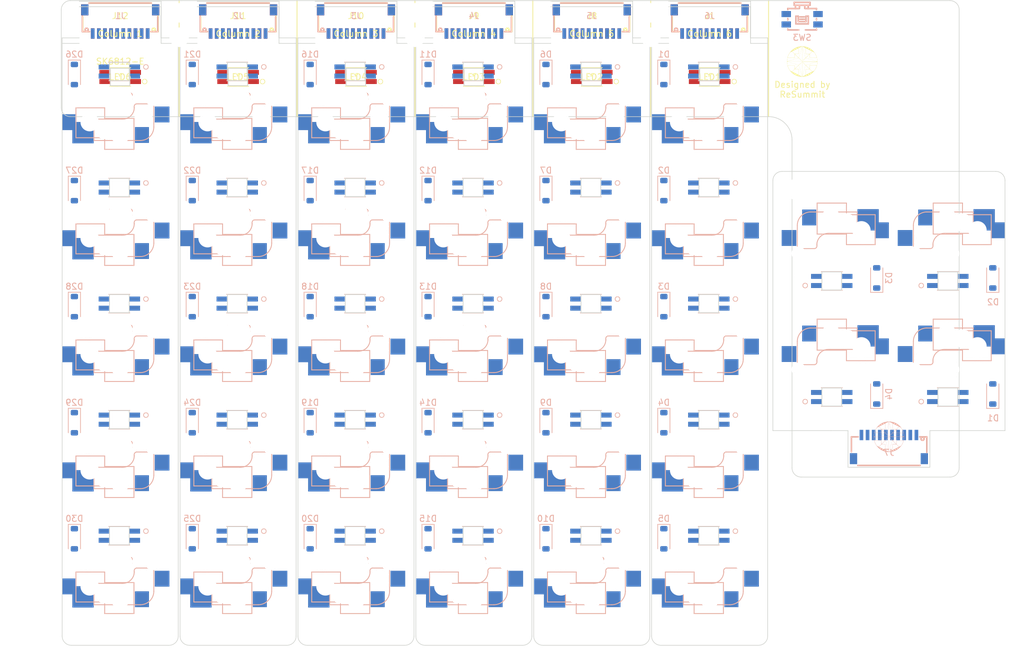
<source format=kicad_pcb>
(kicad_pcb (version 20221018) (generator pcbnew)
  (layers (0 "F.Cu" signal) (31 "B.Cu" signal) (34 "B.Paste" user) (35 "F.Paste" user) (36 "B.SilkS" user "B.Silkscreen") (37 "F.SilkS" user "F.Silkscreen") (38 "B.Mask" user) (39 "F.Mask" user) (44 "Edge.Cuts" user))
  (net 0 "")
  (net 1 "GND")
  (net 2 "/Row1")
  (net 3 "/Row2")
  (net 4 "/Row3")
  (net 5 "/Row4")
  (net 6 "/V+")
  (net 7 "/RGB_In1")
  (net 8 "/Col_In1")
  (net 9 "/Col_In2")
  (net 10 "/Col_In3")
  (net 11 "/Col_In4")
  (net 12 "/Col_In5")
  (net 13 "/Col_In6")
  (net 14 "RESET")
  (net 15 "/RGB_In2")
  (net 16 "/RGB_In3")
  (net 17 "/RGB_In4")
  (net 18 "/RGB_In5")
  (net 19 "/RGB_In6")
  (net 20 "/Row5")
  (net 21 "/RGB_In7")
  (net 22 "/RGB_Out1")
  (net 23 "/RGB_Out2")
  (net 24 "/RGB_Out3")
  (net 25 "/RGB_Out4")
  (net 26 "/RGB_Out5")
  (net 27 "/RGB_Out6")
  (footprint "Seismos-libs:Hole_M3_3.2mm" (layer "F.Cu") (at 142.65 122.6)
    (fp_text reference "REF**")
    (fp_text value "Hole_M3_3.2mm")
  )
  (footprint "Seismos-libs:Hole_M3_3.2mm" (layer "F.Cu") (at 33.15 122.6)
    (fp_text reference "REF**9")
    (fp_text value "Hole_M3_3.2mm")
  )
  (footprint "" (layer "F.Cu") (at 87.9 22)
    (fp_text reference "")
    (fp_text value "")
  )
  (footprint "Seismos-libs:CONN-SMD_10P-P1.00_SM10B-SRSS-TB-LF-SN" (layer "F.Cu") (at 97.55 21.5 180)
    (fp_text reference "J9")
    (fp_text value "SM10B-SRSS-TB_(LF)(SN)" hide)
  )
  (footprint "Seismos-libs:Hole_M3_3.2mm" (layer "F.Cu") (at 87.9 26)
    (fp_text reference "2")
    (fp_text value "Hole_M3_3.2mm")
  )
  (footprint "Seismos-libs:Hole_M3_3.2mm" (layer "F.Cu") (at 49.3 26)
    (fp_text reference "")
    (fp_text value "Hole_M3_3.2mm")
  )
  (footprint "Seismos-libs:CONN-SMD_10P-P1.00_SM10B-SRSS-TB-LF-SN" (layer "F.Cu") (at 39.65 21.5 180)
    (fp_text reference "J12")
    (fp_text value "SM10B-SRSS-TB_(LF)(SN)" hide)
  )
  (footprint "Seismos-libs:CONN-SMD_10P-P1.00_SM10B-SRSS-TB-LF-SN" (layer "F.Cu") (at 78.25 21.5 180)
    (fp_text reference "J10")
    (fp_text value "SM10B-SRSS-TB_(LF)(SN)" hide)
  )
  (footprint "Seismos-libs:Hole_M3_3.2mm" (layer "F.Cu") (at 126.5 26)
    (fp_text reference "4")
    (fp_text value "Hole_M3_3.2mm")
  )
  (footprint "Seismos-libs:CONN-SMD_10P-P1.00_SM10B-SRSS-TB-LF-SN" (layer "F.Cu") (at 58.95 21.5 180)
    (fp_text reference "J11")
    (fp_text value "SM10B-SRSS-TB_(LF)(SN)" hide)
  )
  (footprint "Seismos-libs:CONN-SMD_10P-P1.00_SM10B-SRSS-TB-LF-SN" (layer "F.Cu") (at 116.85 21.5 180)
    (fp_text reference "J8")
    (fp_text value "SM10B-SRSS-TB_(LF)(SN)" hide)
  )
  (footprint "Seismos-libs:CONN-SMD_10P-P1.00_SM10B-SRSS-TB-LF-SN" (layer "F.Cu") (at 136.15 21.5 180)
    (fp_text reference "J1")
    (fp_text value "SM10B-SRSS-TB_(LF)(SN)" hide)
  )
  (footprint "" (layer "F.Cu") (at 49.3 22)
    (fp_text reference "")
    (fp_text value "")
  )
  (footprint "Seismos-libs:Hole_M3_3.2mm" (layer "F.Cu") (at 181.5 50.9 180)
    (fp_text reference "REF**")
    (fp_text value "Hole_M3_3.2mm")
  )
  (footprint "Seismos-libs:ReSummit_Logo" (layer "F.Cu") (at 151.3 29.975)
    (fp_text reference "G***" hide)
    (fp_text value "LOGO" hide)
  )
  (footprint "Seismos-libs:Hole_M3_3.2mm" (layer "F.Cu") (at 149.5 50.9 180)
    (fp_text reference "REF**")
    (fp_text value "Hole_M3_3.2mm")
  )
  (footprint "Seismos-libs:Hole_M3_3.2mm" (layer "F.Cu") (at 126.5 22)
    (fp_text reference "4")
    (fp_text value "Hole_M3_3.2mm")
  )
  (footprint "Diode_SMD:D_SOD-123" (layer "B.Cu") (at 70.75 108.1 -90)
    (fp_text reference "D20")
    (fp_text value "1N4148W")
  )
  (footprint "Seismos-libs:Switch_SK6812-E_Diode" (layer "B.Cu") (at 39.65 36.1 180)
    (fp_text reference "SW26")
    (fp_text value "Switch_SK6812-E_Diode")
    (fp_rect (start 1.762 5.9914) (end -1.478 3.0046) (stroke (width 0.12)) (fill none) (layer "Edge.Cuts"))
  )
  (footprint "Diode_SMD:D_SOD-123" (layer "B.Cu") (at 51.45 32.1 -90)
    (fp_text reference "D21")
    (fp_text value "1N4148W" hide)
  )
  (footprint "Diode_SMD:D_SOD-123" (layer "B.Cu") (at 51.45 89.1 -90)
    (fp_text reference "D24")
    (fp_text value "1N4148W" hide)
  )
  (footprint "Diode_SMD:D_SOD-123" (layer "B.Cu") (at 128.65 89.1 -90)
    (fp_text reference "D4")
    (fp_text value "1N4148W" hide)
  )
  (footprint "Seismos-libs:SK6812-E" (layer "B.Cu") (at 39.65 32.5)
    (fp_text reference "LED6")
    (fp_text value "SK6812-E")
    (fp_rect (start -1.6256 1.4224) (end 1.5748 -1.4224) (stroke (width 0.12)) (fill none) (layer "Edge.Cuts"))
  )
  (footprint "Diode_SMD:D_SOD-123" (layer "B.Cu") (at 70.75 32.1 -90)
    (fp_text reference "D16")
    (fp_text value "1N4148W" hide)
  )
  (footprint "Diode_SMD:D_SOD-123" (layer "B.Cu") (at 182.5 84.4 90)
    (fp_text reference "D1")
    (fp_text value "1N4148W" hide)
  )
  (footprint "Diode_SMD:D_SOD-123" (layer "B.Cu") (at 90.05 51.1 -90)
    (fp_text reference "D12")
    (fp_text value "1N4148W" hide)
  )
  (footprint "Seismos-libs:Switch_SK6812-E_Diode" (layer "B.Cu") (at 136.15 55.1 180)
    (fp_text reference "SW2")
    (fp_text value "Switch_SK6812-E_Diode")
    (fp_rect (start 1.762 5.9914) (end -1.478 3.0046) (stroke (width 0.12)) (fill none) (layer "Edge.Cuts"))
  )
  (footprint "Seismos-libs:SK6812-E" (layer "B.Cu") (at 136.15 32.5)
    (fp_text reference "LED1")
    (fp_text value "SK6812-E")
    (fp_rect (start -1.6256 1.4224) (end 1.5748 -1.4224) (stroke (width 0.12)) (fill none) (layer "Edge.Cuts"))
  )
  (footprint "Seismos-libs:Switch_SK6812-E_Diode" (layer "B.Cu") (at 39.65 112.1 180)
    (fp_text reference "SW30")
    (fp_text value "Switch_SK6812-E_Diode")
    (fp_rect (start 1.762 5.9914) (end -1.478 3.0046) (stroke (width 0.12)) (fill none) (layer "Edge.Cuts"))
  )
  (footprint "Seismos-libs:CONN-SMD_10P-P1.00_SM10B-SRSS-TB-LF-SN" (layer "B.Cu") (at 39.65 21.5)
    (fp_text reference "J1")
    (fp_text value "SM09B-SRSS-TB(LF)(SN)")
  )
  (footprint "Seismos-libs:Switch_SK6812-E_Diode" (layer "B.Cu") (at 78.25 74.1 180)
    (fp_text reference "SW18")
    (fp_text value "Switch_SK6812-E_Diode")
    (fp_rect (start 1.762 5.9914) (end -1.478 3.0046) (stroke (width 0.12)) (fill none) (layer "Edge.Cuts"))
  )
  (footprint "Seismos-libs:Switch_SK6812-E_Diode" (layer "B.Cu") (at 116.85 74.1 180)
    (fp_text reference "SW8")
    (fp_text value "Switch_SK6812-E_Diode")
    (fp_rect (start 1.762 5.9914) (end -1.478 3.0046) (stroke (width 0.12)) (fill none) (layer "Edge.Cuts"))
  )
  (footprint "Seismos-libs:SK6812-E" (layer "B.Cu") (at 97.55 32.5)
    (fp_text reference "LED3")
    (fp_text value "SK6812-E")
    (fp_rect (start -1.6256 1.4224) (end 1.5748 -1.4224) (stroke (width 0.12)) (fill none) (layer "Edge.Cuts"))
  )
  (footprint "Diode_SMD:D_SOD-123" (layer "B.Cu") (at 128.65 108.1 -90)
    (fp_text reference "D5")
    (fp_text value "1N4148W")
  )
  (footprint "Seismos-libs:Switch_SK6812-E_Diode" (layer "B.Cu") (at 58.95 55.1 180)
    (fp_text reference "SW22")
    (fp_text value "Switch_SK6812-E_Diode")
    (fp_rect (start 1.762 5.9914) (end -1.478 3.0046) (stroke (width 0.12)) (fill none) (layer "Edge.Cuts"))
  )
  (footprint "Diode_SMD:D_SOD-123" (layer "B.Cu") (at 32.15 70.1 -90)
    (fp_text reference "D28")
    (fp_text value "1N4148W" hide)
  )
  (footprint "Seismos-libs:SK6812-E" (layer "B.Cu") (at 78.25 32.5)
    (fp_text reference "LED4")
    (fp_text value "SK6812-E")
    (fp_rect (start -1.6256 1.4224) (end 1.5748 -1.4224) (stroke (width 0.12)) (fill none) (layer "Edge.Cuts"))
  )
  (footprint "Diode_SMD:D_SOD-123" (layer "B.Cu") (at 51.45 51.1 -90)
    (fp_text reference "D22")
    (fp_text value "1N4148W" hide)
  )
  (footprint "Diode_SMD:D_SOD-123" (layer "B.Cu") (at 109.35 108.1 -90)
    (fp_text reference "D10")
    (fp_text value "1N4148W")
  )
  (footprint "Seismos-libs:CONN-SMD_10P-P1.00_SM10B-SRSS-TB-LF-SN" (layer "B.Cu") (at 136.15 21.5)
    (fp_text reference "J6")
    (fp_text value "SM09B-SRSS-TB(LF)(SN)")
  )
  (footprint "Seismos-libs:CONN-SMD_10P-P1.00_SM10B-SRSS-TB-LF-SN" (layer "B.Cu") (at 165.5 95 180)
    (fp_text reference "J7")
    (fp_text value "SM09B-SRSS-TB(LF)(SN)")
  )
  (footprint "Diode_SMD:D_SOD-123" (layer "B.Cu") (at 109.35 70.1 -90)
    (fp_text reference "D8")
    (fp_text value "1N4148W" hide)
  )
  (footprint "Diode_SMD:D_SOD-123" (layer "B.Cu") (at 32.15 51.1 -90)
    (fp_text reference "D27")
    (fp_text value "1N4148W" hide)
  )
  (footprint "Seismos-libs:Switch_SK6812-E_Diode" (layer "B.Cu") (at 97.55 55.1 180)
    (fp_text reference "SW12")
    (fp_text value "Switch_SK6812-E_Diode")
    (fp_rect (start 1.762 5.9914) (end -1.478 3.0046) (stroke (width 0.12)) (fill none) (layer "Edge.Cuts"))
  )
  (footprint "Seismos-libs:Switch_SK6812-E_Diode" (layer "B.Cu") (at 97.55 112.1 180)
    (fp_text reference "SW15")
    (fp_text value "Switch_SK6812-E_Diode")
    (fp_rect (start 1.762 5.9914) (end -1.478 3.0046) (stroke (width 0.12)) (fill none) (layer "Edge.Cuts"))
  )
  (footprint "Diode_SMD:D_SOD-123" (layer "B.Cu") (at 90.05 108.1 -90)
    (fp_text reference "D15")
    (fp_text value "1N4148W")
  )
  (footprint "Seismos-libs:Switch_SK6812-E_Diode" (layer "B.Cu") (at 78.25 36.1 180)
    (fp_text reference "SW16")
    (fp_text value "Switch_SK6812-E_Diode")
    (fp_rect (start 1.762 5.9914) (end -1.478 3.0046) (stroke (width 0.12)) (fill none) (layer "Edge.Cuts"))
  )
  (footprint "Diode_SMD:D_SOD-123" (layer "B.Cu") (at 128.65 32.1 -90)
    (fp_text reference "D1")
    (fp_text value "1N4148W" hide)
  )
  (footprint "Seismos-libs:Switch_SK6812-E_Diode" (layer "B.Cu") (at 58.95 36.1 180)
    (fp_text reference "SW21")
    (fp_text value "Switch_SK6812-E_Diode")
    (fp_rect (start 1.762 5.9914) (end -1.478 3.0046) (stroke (width 0.12)) (fill none) (layer "Edge.Cuts"))
  )
  (footprint "Seismos-libs:Switch_SK6812-E_Diode" (layer "B.Cu") (at 97.55 36.1 180)
    (fp_text reference "SW11")
    (fp_text value "Switch_SK6812-E_Diode")
    (fp_rect (start 1.762 5.9914) (end -1.478 3.0046) (stroke (width 0.12)) (fill none) (layer "Edge.Cuts"))
  )
  (footprint "Seismos-libs:Switch_SK6812-E_Diode" (layer "B.Cu") (at 116.85 112.1 180)
    (fp_text reference "SW10")
    (fp_text value "Switch_SK6812-E_Diode")
    (fp_rect (start 1.762 5.9914) (end -1.478 3.0046) (stroke (width 0.12)) (fill none) (layer "Edge.Cuts"))
  )
  (footprint "Seismos-libs:Switch_SK6812-E_Diode" (layer "B.Cu") (at 156 61.4)
    (fp_text reference "SW3")
    (fp_text value "Switch_SK6812-E_Diode")
    (fp_rect (start 1.762 5.9914) (end -1.478 3.0046) (stroke (width 0.12)) (fill none) (layer "Edge.Cuts"))
  )
  (footprint "Seismos-libs:Switch_SK6812-E_Diode" (layer "B.Cu") (at 78.25 93.1 180)
    (fp_text reference "SW19")
    (fp_text value "Switch_SK6812-E_Diode")
    (fp_rect (start 1.762 5.9914) (end -1.478 3.0046) (stroke (width 0.12)) (fill none) (layer "Edge.Cuts"))
  )
  (footprint "Diode_SMD:D_SOD-123" (layer "B.Cu") (at 70.75 89.1 -90)
    (fp_text reference "D19")
    (fp_text value "1N4148W" hide)
  )
  (footprint "Seismos-libs:Switch_SK6812-E_Diode" (layer "B.Cu") (at 116.85 36.1 180)
    (fp_text reference "SW6")
    (fp_text value "Switch_SK6812-E_Diode")
    (fp_rect (start 1.762 5.9914) (end -1.478 3.0046) (stroke (width 0.12)) (fill none) (layer "Edge.Cuts"))
  )
  (footprint "Seismos-libs:ReSummit_Logo" (layer "B.Cu") (at 165.5 91.4)
    (fp_text reference "G***" hide)
    (fp_text value "LOGO" hide)
  )
  (footprint "Diode_SMD:D_SOD-123" (layer "B.Cu") (at 70.75 51.1 -90)
    (fp_text reference "D17")
    (fp_text value "1N4148W" hide)
  )
  (footprint "Seismos-libs:Switch_SK6812-E_Diode" (layer "B.Cu") (at 116.85 55.1 180)
    (fp_text reference "SW7")
    (fp_text value "Switch_SK6812-E_Diode")
    (fp_rect (start 1.762 5.9914) (end -1.478 3.0046) (stroke (width 0.12)) (fill none) (layer "Edge.Cuts"))
  )
  (footprint "Seismos-libs:CONN-SMD_10P-P1.00_SM10B-SRSS-TB-LF-SN" (layer "B.Cu") (at 58.95 21.5)
    (fp_text reference "J2")
    (fp_text value "SM09B-SRSS-TB(LF)(SN)")
  )
  (footprint "Diode_SMD:D_SOD-123" (layer "B.Cu") (at 32.15 89.1 -90)
    (fp_text reference "D29")
    (fp_text value "1N4148W" hide)
  )
  (footprint "Seismos-libs:Switch_SK6812-E_Diode" (layer "B.Cu") (at 116.85 93.1 180)
    (fp_text reference "SW9")
    (fp_text value "Switch_SK6812-E_Diode")
    (fp_rect (start 1.762 5.9914) (end -1.478 3.0046) (stroke (width 0.12)) (fill none) (layer "Edge.Cuts"))
  )
  (footprint "Seismos-libs:Switch_SK6812-E_Diode" (layer "B.Cu") (at 58.95 93.1 180)
    (fp_text reference "SW24")
    (fp_text value "Switch_SK6812-E_Diode")
    (fp_rect (start 1.762 5.9914) (end -1.478 3.0046) (stroke (width 0.12)) (fill none) (layer "Edge.Cuts"))
  )
  (footprint "Diode_SMD:D_SOD-123" (layer "B.Cu") (at 90.05 32.1 -90)
    (fp_text reference "D11")
    (fp_text value "1N4148W" hide)
  )
  (footprint "Seismos-libs:SW-SMD_EVQPUD02K" (layer "B.Cu") (at 151.2875 23.0495 90)
    (fp_text reference "SW3")
    (fp_text value "EVQPUC02K")
  )
  (footprint "Diode_SMD:D_SOD-123" (layer "B.Cu") (at 51.45 70.1 -90)
    (fp_text reference "D23")
    (fp_text value "1N4148W" hide)
  )
  (footprint "Seismos-libs:Switch_SK6812-E_Diode" (layer "B.Cu") (at 156 80.4)
    (fp_text reference "SW4")
    (fp_text value "Switch_SK6812-E_Diode")
    (fp_rect (start 1.762 5.9914) (end -1.478 3.0046) (stroke (width 0.12)) (fill none) (layer "Edge.Cuts"))
  )
  (footprint "Diode_SMD:D_SOD-123" (layer "B.Cu") (at 163.5 84.4 90)
    (fp_text reference "D4")
    (fp_text value "1N4148W" hide)
  )
  (footprint "Seismos-libs:Switch_SK6812-E_Diode" (layer "B.Cu") (at 97.55 74.1 180)
    (fp_text reference "SW13")
    (fp_text value "Switch_SK6812-E_Diode")
    (fp_rect (start 1.762 5.9914) (end -1.478 3.0046) (stroke (width 0.12)) (fill none) (layer "Edge.Cuts"))
  )
  (footprint "Seismos-libs:Switch_SK6812-E_Diode" (layer "B.Cu") (at 39.65 93.1 180)
    (fp_text reference "SW29")
    (fp_text value "Switch_SK6812-E_Diode")
    (fp_rect (start 1.762 5.9914) (end -1.478 3.0046) (stroke (width 0.12)) (fill none) (layer "Edge.Cuts"))
  )
  (footprint "Seismos-libs:SK6812-E" (layer "B.Cu") (at 116.85 32.5)
    (fp_text reference "LED2")
    (fp_text value "SK6812-E")
    (fp_rect (start -1.6256 1.4224) (end 1.5748 -1.4224) (stroke (width 0.12)) (fill none) (layer "Edge.Cuts"))
  )
  (footprint "Seismos-libs:Switch_SK6812-E_Diode" (layer "B.Cu") (at 97.55 93.1 180)
    (fp_text reference "SW14")
    (fp_text value "Switch_SK6812-E_Diode")
    (fp_rect (start 1.762 5.9914) (end -1.478 3.0046) (stroke (width 0.12)) (fill none) (layer "Edge.Cuts"))
  )
  (footprint "Diode_SMD:D_SOD-123" (layer "B.Cu") (at 90.05 70.1 -90)
    (fp_text reference "D13")
    (fp_text value "1N4148W" hide)
  )
  (footprint "Diode_SMD:D_SOD-123" (layer "B.Cu") (at 163.5 65.4 90)
    (fp_text reference "D3")
    (fp_text value "1N4148W" hide)
  )
  (footprint "Diode_SMD:D_SOD-123" (layer "B.Cu") (at 90.05 89.1 -90)
    (fp_text reference "D14")
    (fp_text value "1N4148W" hide)
  )
  (footprint "Seismos-libs:Switch_SK6812-E_Diode" (layer "B.Cu") (at 136.15 74.1 180)
    (fp_text reference "SW3")
    (fp_text value "Switch_SK6812-E_Diode")
    (fp_rect (start 1.762 5.9914) (end -1.478 3.0046) (stroke (width 0.12)) (fill none) (layer "Edge.Cuts"))
  )
  (footprint "Seismos-libs:CONN-SMD_10P-P1.00_SM10B-SRSS-TB-LF-SN" (layer "B.Cu") (at 97.55 21.5)
    (fp_text reference "J4")
    (fp_text value "SM09B-SRSS-TB(LF)(SN)")
  )
  (footprint "Seismos-libs:Switch_SK6812-E_Diode" (layer "B.Cu") (at 39.65 74.1 180)
    (fp_text reference "SW28")
    (fp_text value "Switch_SK6812-E_Diode")
    (fp_rect (start 1.762 5.9914) (end -1.478 3.0046) (stroke (width 0.12)) (fill none) (layer "Edge.Cuts"))
  )
  (footprint "Seismos-libs:Switch_SK6812-E_Diode" (layer "B.Cu") (at 39.65 55.1 180)
    (fp_text reference "SW27")
    (fp_text value "Switch_SK6812-E_Diode")
    (fp_rect (start 1.762 5.9914) (end -1.478 3.0046) (stroke (width 0.12)) (fill none) (layer "Edge.Cuts"))
  )
  (footprint "Seismos-libs:CONN-SMD_10P-P1.00_SM10B-SRSS-TB-LF-SN" (layer "B.Cu") (at 78.25 21.5)
    (fp_text reference "J3")
    (fp_text value "SM09B-SRSS-TB(LF)(SN)")
  )
  (footprint "Seismos-libs:Switch_SK6812-E_Diode" (layer "B.Cu") (at 58.95 74.1 180)
    (fp_text reference "SW23")
    (fp_text value "Switch_SK6812-E_Diode")
    (fp_rect (start 1.762 5.9914) (end -1.478 3.0046) (stroke (width 0.12)) (fill none) (layer "Edge.Cuts"))
  )
  (footprint "Seismos-libs:Switch_SK6812-E_Diode" (layer "B.Cu") (at 78.25 112.1 180)
    (fp_text reference "SW20")
    (fp_text value "Switch_SK6812-E_Diode")
    (fp_rect (start 1.762 5.9914) (end -1.478 3.0046) (stroke (width 0.12)) (fill none) (layer "Edge.Cuts"))
  )
  (footprint "Diode_SMD:D_SOD-123" (layer "B.Cu") (at 32.15 32.1 -90)
    (fp_text reference "D26")
    (fp_text value "1N4148W" hide)
  )
  (footprint "Seismos-libs:SK6812-E" (layer "B.Cu") (at 58.95 32.5)
    (fp_text reference "LED5")
    (fp_text value "SK6812-E")
    (fp_rect (start -1.6256 1.4224) (end 1.5748 -1.4224) (stroke (width 0.12)) (fill none) (layer "Edge.Cuts"))
  )
  (footprint "Diode_SMD:D_SOD-123" (layer "B.Cu") (at 109.35 89.1 -90)
    (fp_text reference "D9")
    (fp_text value "1N4148W" hide)
  )
  (footprint "Seismos-libs:Switch_SK6812-E_Diode" (layer "B.Cu") (at 136.15 36.1 180)
    (fp_text reference "SW1")
    (fp_text value "Switch_SK6812-E_Diode")
    (fp_rect (start 1.762 5.9914) (end -1.478 3.0046) (stroke (width 0.12)) (fill none) (layer "Edge.Cuts"))
  )
  (footprint "Seismos-libs:CONN-SMD_10P-P1.00_SM10B-SRSS-TB-LF-SN" (layer "B.Cu") (at 116.85 21.5)
    (fp_text reference "J5")
    (fp_text value "SM09B-SRSS-TB(LF)(SN)")
  )
  (footprint "Seismos-libs:Switch_SK6812-E_Diode" (layer "B.Cu") (at 78.25 55.1 180)
    (fp_text reference "SW17")
    (fp_text value "Switch_SK6812-E_Diode")
    (fp_rect (start 1.762 5.9914) (end -1.478 3.0046) (stroke (width 0.12)) (fill none) (layer "Edge.Cuts"))
  )
  (footprint "Diode_SMD:D_SOD-123" (layer "B.Cu") (at 109.35 32.1 -90)
    (fp_text reference "D6")
    (fp_text value "1N4148W" hide)
  )
  (footprint "Seismos-libs:Switch_SK6812-E_Diode" (layer "B.Cu") (at 58.95 112.1 180)
    (fp_text reference "SW25")
    (fp_text value "Switch_SK6812-E_Diode")
    (fp_rect (start 1.762 5.9914) (end -1.478 3.0046) (stroke (width 0.12)) (fill none) (layer "Edge.Cuts"))
  )
  (footprint "Seismos-libs:Switch_SK6812-E_Diode" (layer "B.Cu") (at 136.15 93.1 180)
    (fp_text reference "SW4")
    (fp_text value "Switch_SK6812-E_Diode")
    (fp_rect (start 1.762 5.9914) (end -1.478 3.0046) (stroke (width 0.12)) (fill none) (layer "Edge.Cuts"))
  )
  (footprint "Diode_SMD:D_SOD-123" (layer "B.Cu") (at 128.65 51.1 -90)
    (fp_text reference "D2")
    (fp_text value "1N4148W" hide)
  )
  (footprint "Seismos-libs:Switch_SK6812-E_Diode" (layer "B.Cu") (at 136.15 112.1 180)
    (fp_text reference "SW5")
    (fp_text value "Switch_SK6812-E_Diode")
    (fp_rect (start 1.762 5.9914) (end -1.478 3.0046) (stroke (width 0.12)) (fill none) (layer "Edge.Cuts"))
  )
  (footprint "Diode_SMD:D_SOD-123" (layer "B.Cu") (at 51.45 108.1 -90)
    (fp_text reference "D25")
    (fp_text value "1N4148W")
  )
  (footprint "Diode_SMD:D_SOD-123" (layer "B.Cu") (at 182.5 65.4 90)
    (fp_text reference "D2")
    (fp_text value "1N4148W" hide)
  )
  (footprint "Seismos-libs:Switch_SK6812-E_Diode" (layer "B.Cu") (at 175 61.4)
    (fp_text reference "SW2")
    (fp_text value "Switch_SK6812-E_Diode")
    (fp_rect (start 1.762 5.9914) (end -1.478 3.0046) (stroke (width 0.12)) (fill none) (layer "Edge.Cuts"))
  )
  (footprint "Diode_SMD:D_SOD-123" (layer "B.Cu") (at 32.15 108.1 -90)
    (fp_text reference "D30")
    (fp_text value "1N4148W")
  )
  (footprint "Seismos-libs:Switch_SK6812-E_Diode" (layer "B.Cu") (at 175 80.4)
    (fp_text reference "SW1")
    (fp_text value "Switch_SK6812-E_Diode")
    (fp_rect (start 1.762 5.9914) (end -1.478 3.0046) (stroke (width 0.12)) (fill none) (layer "Edge.Cuts"))
  )
  (footprint "Diode_SMD:D_SOD-123" (layer "B.Cu") (at 128.65 70.1 -90)
    (fp_text reference "D3")
    (fp_text value "1N4148W" hide)
  )
  (footprint "Diode_SMD:D_SOD-123" (layer "B.Cu") (at 70.75 70.1 -90)
    (fp_text reference "D18")
    (fp_text value "1N4148W" hide)
  )
  (footprint "Diode_SMD:D_SOD-123" (layer "B.Cu") (at 109.35 51.1 -90)
    (fp_text reference "D7")
    (fp_text value "1N4148W" hide)
  )
  (gr_line (start 87.9 20) (end 87.9 39) (stroke (width 0.15)) (layer "F.SilkS"))
  (gr_line (start 107.2 20) (end 107.2 39) (stroke (width 0.15)) (layer "F.SilkS"))
  (gr_line (start 49.3 20) (end 49.3 39) (stroke (width 0.15)) (layer "F.SilkS"))
  (gr_line (start 126.5 20) (end 126.5 39) (stroke (width 0.15)) (layer "F.SilkS"))
  (gr_line (start 145.8 20) (end 145.8 39) (stroke (width 0.15)) (layer "F.SilkS"))
  (gr_line (start 68.6 20) (end 68.6 39) (stroke (width 0.15)) (layer "F.SilkS"))
  (gr_line (start 30.15 124.03934) (end 30.15 26.1) (stroke (width 0.1)) (layer "Edge.Cuts"))
  (gr_line (start 66.95 125.53934) (end 50.95 125.53934) (stroke (width 0.1)) (layer "Edge.Cuts"))
  (gr_line (start 32.95 21) (end 46.35 21) (stroke (width 0.1)) (layer "Edge.Cuts"))
  (gr_line (start 68.45 26.1) (end 68.45 124.03934) (stroke (width 0.1)) (layer "Edge.Cuts"))
  (gr_line (start 87.75 27) (end 84.95 27) (stroke (width 0.1)) (layer "Edge.Cuts"))
  (gr_line (start 124.85 125.53934) (end 108.85 125.53934) (stroke (width 0.1)) (layer "Edge.Cuts"))
  (gr_line (start 151.134 98) (end 175.5 98) (stroke (width 0.1)) (layer "Edge.Cuts"))
  (gr_line (start 46.35 26.1) (end 46.35 20.1) (stroke (width 0.1)) (layer "Edge.Cuts"))
  (gr_line (start 142.85 27) (end 142.85 21) (stroke (width 0.1)) (layer "Edge.Cuts"))
  (gr_line (start 104.25 27) (end 104.25 21) (stroke (width 0.1)) (layer "Edge.Cuts"))
  (gr_line (start 175 90.4) (end 172.2 90.4) (stroke (width 0.1)) (layer "Edge.Cuts"))
  (gr_line (start 68.75 27) (end 71.55 27) (stroke (width 0.1)) (layer "Edge.Cuts"))
  (gr_line (start 52.25 20.1) (end 65.65 20.1) (stroke (width 0.1)) (layer "Edge.Cuts"))
  (gr_line (start 126.35 26.1) (end 123.55 26.1) (stroke (width 0.1)) (layer "Edge.Cuts"))
  (gr_line (start 126.65 26.1) (end 129.45 26.1) (stroke (width 0.1)) (layer "Edge.Cuts"))
  (gr_line (start 88.05 26.1) (end 90.85 26.1) (stroke (width 0.1)) (layer "Edge.Cuts"))
  (gr_line (start 49.45 26.1) (end 52.25 26.1) (stroke (width 0.1)) (layer "Edge.Cuts"))
  (gr_line (start 107.35 26.1) (end 110.15 26.1) (stroke (width 0.1)) (layer "Edge.Cuts"))
  (gr_line (start 126.35 26.1) (end 126.35 124.03934) (stroke (width 0.1)) (layer "Edge.Cuts"))
  (gr_line (start 49.45 124.03934) (end 49.45 26.1) (stroke (width 0.1)) (layer "Edge.Cuts"))
  (gr_arc (start 183 47.96066) (mid 184.060648 48.400012) (end 184.5 49.46066) (stroke (width 0.1)) (layer "Edge.Cuts"))
  (gr_line (start 90.85 20.1) (end 104.25 20.1) (stroke (width 0.1)) (layer "Edge.Cuts"))
  (gr_arc (start 175.5 20) (mid 176.56066 20.43934) (end 177 21.5) (stroke (width 0.1)) (layer "Edge.Cuts"))
  (gr_line (start 158.8 90.4) (end 158.8 96.4) (stroke (width 0.1)) (layer "Edge.Cuts"))
  (gr_line (start 105.55 125.53934) (end 89.55 125.53934) (stroke (width 0.1)) (layer "Edge.Cuts"))
  (gr_line (start 148 47.96066) (end 183 47.96066) (stroke (width 0.1)) (layer "Edge.Cuts"))
  (gr_line (start 123.55 26.1) (end 123.55 20.1) (stroke (width 0.1)) (layer "Edge.Cuts"))
  (gr_line (start 145.65 26.1) (end 142.85 26.1) (stroke (width 0.1)) (layer "Edge.Cuts"))
  (gr_line (start 149.634 42.81) (end 149.634 96.5) (stroke (width 0.1)) (layer "Edge.Cuts"))
  (gr_line (start 88.05 27) (end 90.85 27) (stroke (width 0.1)) (layer "Edge.Cuts"))
  (gr_line (start 68.75 26.1) (end 71.55 26.1) (stroke (width 0.1)) (layer "Edge.Cuts"))
  (gr_line (start 110.15 21) (end 123.55 21) (stroke (width 0.1)) (layer "Edge.Cuts"))
  (gr_arc (start 151.134 98) (mid 150.07334 97.56066) (end 149.634 96.5) (stroke (width 0.1)) (layer "Edge.Cuts"))
  (gr_line (start 49.15 27) (end 46.35 27) (stroke (width 0.1)) (layer "Edge.Cuts"))
  (gr_arc (start 87.75 124.03934) (mid 87.310661 125.100001) (end 86.25 125.53934) (stroke (width 0.1)) (layer "Edge.Cuts"))
  (gr_arc (start 31.65 125.53934) (mid 30.589352 125.099988) (end 30.15 124.03934) (stroke (width 0.1)) (layer "Edge.Cuts"))
  (gr_line (start 145.65 26.1) (end 145.65 124.03934) (stroke (width 0.1)) (layer "Edge.Cuts"))
  (gr_line (start 65.65 26.1) (end 65.65 20.1) (stroke (width 0.1)) (layer "Edge.Cuts"))
  (gr_line (start 90.85 21) (end 104.25 21) (stroke (width 0.1)) (layer "Edge.Cuts"))
  (gr_line (start 71.55 20.1) (end 84.95 20.1) (stroke (width 0.1)) (layer "Edge.Cuts"))
  (gr_line (start 156 90.4) (end 146.5 90.4) (stroke (width 0.1)) (layer "Edge.Cuts"))
  (gr_line (start 110.15 20.1) (end 123.55 20.1) (stroke (width 0.1)) (layer "Edge.Cuts"))
  (gr_arc (start 108.85 125.53934) (mid 107.789352 125.099988) (end 107.35 124.03934) (stroke (width 0.1)) (layer "Edge.Cuts"))
  (gr_line (start 129.45 20.1) (end 142.85 20.1) (stroke (width 0.1)) (layer "Edge.Cuts"))
  (gr_line (start 49.15 26.1) (end 49.15 124.03934) (stroke (width 0.1)) (layer "Edge.Cuts"))
  (gr_line (start 146.5 90.4) (end 146.5 49.46066) (stroke (width 0.1)) (layer "Edge.Cuts"))
  (gr_line (start 145.65 27) (end 142.85 27) (stroke (width 0.1)) (layer "Edge.Cuts"))
  (gr_line (start 31.5 39) (end 145.824 39) (stroke (width 0.1)) (layer "Edge.Cuts"))
  (gr_line (start 87.75 26.1) (end 84.95 26.1) (stroke (width 0.1)) (layer "Edge.Cuts"))
  (gr_line (start 126.35 27) (end 123.55 27) (stroke (width 0.1)) (layer "Edge.Cuts"))
  (gr_arc (start 31.5 39) (mid 30.43934 38.56066) (end 30 37.5) (stroke (width 0.1)) (layer "Edge.Cuts"))
  (gr_arc (start 146.5 49.46066) (mid 146.939339 48.399999) (end 148 47.96066) (stroke (width 0.1)) (layer "Edge.Cuts"))
  (gr_line (start 123.55 27) (end 123.55 21) (stroke (width 0.1)) (layer "Edge.Cuts"))
  (gr_line (start 32.95 20.1) (end 46.35 20.1) (stroke (width 0.1)) (layer "Edge.Cuts"))
  (gr_line (start 107.05 26.1) (end 104.25 26.1) (stroke (width 0.1)) (layer "Edge.Cuts"))
  (gr_line (start 47.65 125.53934) (end 31.65 125.53934) (stroke (width 0.1)) (layer "Edge.Cuts"))
  (gr_arc (start 30 21.5) (mid 30.43934 20.43934) (end 31.5 20) (stroke (width 0.1)) (layer "Edge.Cuts"))
  (gr_line (start 49.15 26.1) (end 46.35 26.1) (stroke (width 0.1)) (layer "Edge.Cuts"))
  (gr_line (start 49.45 27) (end 52.25 27) (stroke (width 0.1)) (layer "Edge.Cuts"))
  (gr_line (start 65.65 27) (end 65.65 21) (stroke (width 0.1)) (layer "Edge.Cuts"))
  (gr_line (start 30.15 27) (end 32.95 27) (stroke (width 0.1)) (layer "Edge.Cuts"))
  (gr_arc (start 70.25 125.53934) (mid 69.189352 125.099988) (end 68.75 124.03934) (stroke (width 0.1)) (layer "Edge.Cuts"))
  (gr_line (start 68.45 27) (end 65.65 27) (stroke (width 0.1)) (layer "Edge.Cuts"))
  (gr_line (start 68.75 124.03934) (end 68.75 26.1) (stroke (width 0.1)) (layer "Edge.Cuts"))
  (gr_line (start 104.25 26.1) (end 104.25 20.1) (stroke (width 0.1)) (layer "Edge.Cuts"))
  (gr_line (start 126.65 124.03934) (end 126.65 26.1) (stroke (width 0.1)) (layer "Edge.Cuts"))
  (gr_line (start 177 21.5) (end 177 96.5) (stroke (width 0.1)) (layer "Edge.Cuts"))
  (gr_line (start 46.35 27) (end 46.35 21) (stroke (width 0.1)) (layer "Edge.Cuts"))
  (gr_line (start 142.85 26.1) (end 142.85 20.1) (stroke (width 0.1)) (layer "Edge.Cuts"))
  (gr_line (start 52.25 21) (end 65.65 21) (stroke (width 0.1)) (layer "Edge.Cuts"))
  (gr_line (start 87.75 26.1) (end 87.75 124.03934) (stroke (width 0.1)) (layer "Edge.Cuts"))
  (gr_line (start 156 90.4) (end 158.8 90.4) (stroke (width 0.1)) (layer "Edge.Cuts"))
  (gr_line (start 172.2 96.4) (end 172.2 90.4) (stroke (width 0.1)) (layer "Edge.Cuts"))
  (gr_arc (start 89.55 125.53934) (mid 88.489352 125.099988) (end 88.05 124.03934) (stroke (width 0.1)) (layer "Edge.Cuts"))
  (gr_line (start 84.95 27) (end 84.95 21) (stroke (width 0.1)) (layer "Edge.Cuts"))
  (gr_line (start 107.05 26.1) (end 107.05 124.03934) (stroke (width 0.1)) (layer "Edge.Cuts"))
  (gr_arc (start 49.15 124.03934) (mid 48.710661 125.100001) (end 47.65 125.53934) (stroke (width 0.1)) (layer "Edge.Cuts"))
  (gr_line (start 175 90.4) (end 184.5 90.4) (stroke (width 0.1)) (layer "Edge.Cuts"))
  (gr_arc (start 177 96.5) (mid 176.56066 97.56066) (end 175.5 98) (stroke (width 0.1)) (layer "Edge.Cuts"))
  (gr_line (start 71.55 21) (end 84.95 21) (stroke (width 0.1)) (layer "Edge.Cuts"))
  (gr_line (start 184.5 49.46066) (end 184.5 90.4) (stroke (width 0.1)) (layer "Edge.Cuts"))
  (gr_arc (start 145.824 39) (mid 148.518077 40.115923) (end 149.634 42.81) (stroke (width 0.1)) (layer "Edge.Cuts"))
  (gr_arc (start 50.95 125.53934) (mid 49.889352 125.099988) (end 49.45 124.03934) (stroke (width 0.1)) (layer "Edge.Cuts"))
  (gr_line (start 86.25 125.53934) (end 70.25 125.53934) (stroke (width 0.1)) (layer "Edge.Cuts"))
  (gr_line (start 175.5 20) (end 31.5 20) (stroke (width 0.1)) (layer "Edge.Cuts"))
  (gr_line (start 107.05 27) (end 104.25 27) (stroke (width 0.1)) (layer "Edge.Cuts"))
  (gr_arc (start 126.35 124.03934) (mid 125.910661 125.100001) (end 124.85 125.53934) (stroke (width 0.1)) (layer "Edge.Cuts"))
  (gr_line (start 84.95 26.1) (end 84.95 20.1) (stroke (width 0.1)) (layer "Edge.Cuts"))
  (gr_arc (start 68.45 124.03934) (mid 68.010661 125.100001) (end 66.95 125.53934) (stroke (width 0.1)) (layer "Edge.Cuts"))
  (gr_arc (start 145.65 124.03934) (mid 145.210661 125.100001) (end 144.15 125.53934) (stroke (width 0.1)) (layer "Edge.Cuts"))
  (gr_line (start 129.45 21) (end 142.85 21) (stroke (width 0.1)) (layer "Edge.Cuts"))
  (gr_line (start 30 21.5) (end 30 37.5) (stroke (width 0.1)) (layer "Edge.Cuts"))
  (gr_line (start 68.45 26.1) (end 65.65 26.1) (stroke (width 0.1)) (layer "Edge.Cuts"))
  (gr_arc (start 107.05 124.03934) (mid 106.610661 125.100001) (end 105.55 125.53934) (stroke (width 0.1)) (layer "Edge.Cuts"))
  (gr_arc (start 128.15 125.53934) (mid 127.089352 125.099988) (end 126.65 124.03934) (stroke (width 0.1)) (layer "Edge.Cuts"))
  (gr_line (start 107.35 124.03934) (end 107.35 26.1) (stroke (width 0.1)) (layer "Edge.Cuts"))
  (gr_line (start 88.05 124.03934) (end 88.05 26.1) (stroke (width 0.1)) (layer "Edge.Cuts"))
  (gr_line (start 172.2 96.4) (end 158.8 96.4) (stroke (width 0.1)) (layer "Edge.Cuts"))
  (gr_line (start 107.35 27) (end 110.15 27) (stroke (width 0.1)) (layer "Edge.Cuts"))
  (gr_line (start 30.15 26.1) (end 32.95 26.1) (stroke (width 0.1)) (layer "Edge.Cuts"))
  (gr_line (start 144.15 125.53934) (end 128.15 125.53934) (stroke (width 0.1)) (layer "Edge.Cuts"))
  (gr_line (start 126.65 27) (end 129.45 27) (stroke (width 0.1)) (layer "Edge.Cuts"))
  (gr_text "Designed by\nReSummit" (at 151.325 35.95) (layer "F.SilkS") (effects (font (size 1 1)) (justify bottom)))
  (gr_text "Column 4" (at 97.55 26) (layer "F.SilkS") (effects (font (size 1 1)) (justify bottom)))
  (gr_text "Column 2" (at 58.95 26) (layer "F.SilkS") (effects (font (size 1 1)) (justify bottom)))
  (gr_text "Column 6" (at 136.15 26) (layer "F.SilkS") (effects (font (size 1 1)) (justify bottom)))
  (gr_text "Column 3" (at 78.25 26) (layer "F.SilkS") (effects (font (size 1 1)) (justify bottom)))
  (gr_text "Column 1" (at 39.65 26) (layer "F.SilkS") (effects (font (size 1 1)) (justify bottom)))
  (gr_text "Column 5" (at 116.85 26) (layer "F.SilkS") (effects (font (size 1 1)) (justify bottom)))
)
</source>
